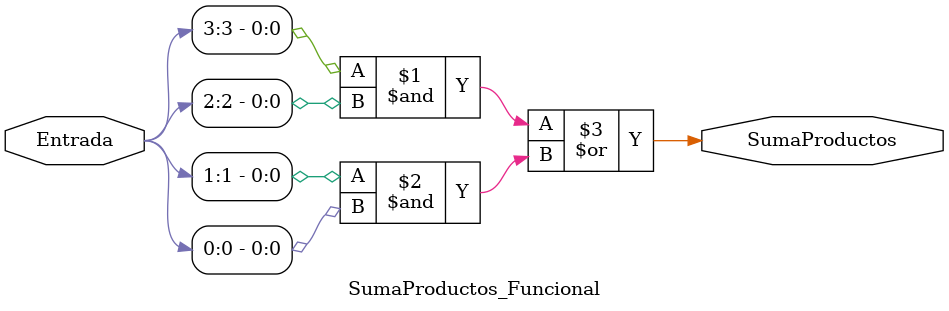
<source format=v>

module SumaProductos_Funcional (/*AUTOARG*/
   // Outputs
   SumaProductos,
   // Inputs
   Entrada
   ) ;
   input  [3:0] Entrada;
   output SumaProductos;

   assign SumaProductos = (Entrada[3] & Entrada[2]) | (Entrada[1] & Entrada[0]);
   
endmodule // SumaProductos_Funcional

</source>
